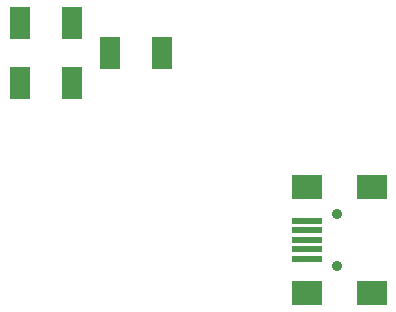
<source format=gtp>
G04 MADE WITH FRITZING*
G04 WWW.FRITZING.ORG*
G04 DOUBLE SIDED*
G04 HOLES PLATED*
G04 CONTOUR ON CENTER OF CONTOUR VECTOR*
%ASAXBY*%
%FSLAX23Y23*%
%MOIN*%
%OFA0B0*%
%SFA1.0B1.0*%
%ADD10C,0.035433*%
%ADD11R,0.070866X0.106299*%
%ADD12R,0.098425X0.019685*%
%ADD13R,0.098425X0.078740*%
%ADD14R,0.001000X0.001000*%
%LNPASTEMASK1*%
G90*
G70*
G54D10*
X1658Y142D03*
X1658Y315D03*
X1658Y142D03*
X1658Y315D03*
G54D11*
X602Y952D03*
X776Y952D03*
X902Y852D03*
X1076Y852D03*
X602Y752D03*
X776Y752D03*
G54D12*
X1559Y229D03*
X1559Y197D03*
X1559Y292D03*
X1559Y260D03*
G54D13*
X1776Y406D03*
X1776Y52D03*
X1559Y406D03*
X1559Y52D03*
G54D12*
X1559Y166D03*
G54D14*
D02*
G04 End of PasteMask1*
M02*
</source>
